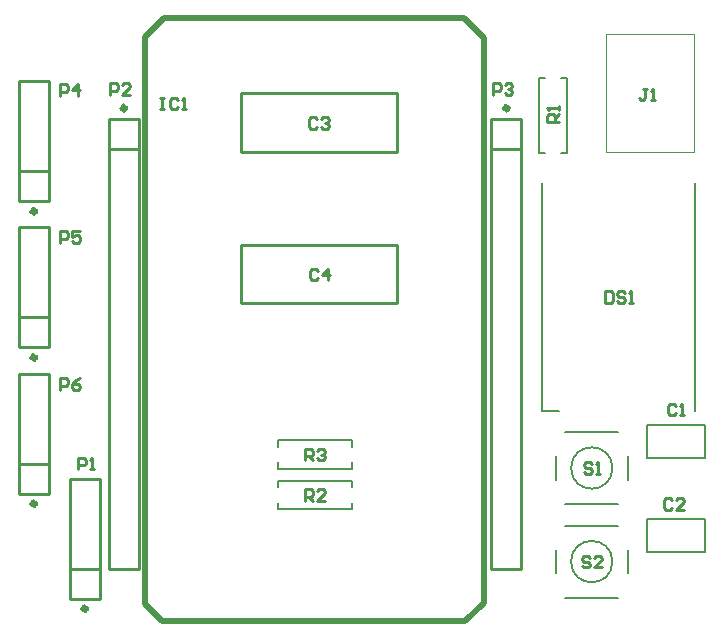
<source format=gto>
G04*
G04 #@! TF.GenerationSoftware,Altium Limited,Altium Designer,22.5.1 (42)*
G04*
G04 Layer_Color=65535*
%FSLAX24Y24*%
%MOIN*%
G70*
G04*
G04 #@! TF.SameCoordinates,CA2130CD-DD2B-4D4C-96E1-355C1CFE4D94*
G04*
G04*
G04 #@! TF.FilePolarity,Positive*
G04*
G01*
G75*
%ADD10C,0.0197*%
%ADD11C,0.0079*%
%ADD12C,0.0039*%
%ADD13C,0.0100*%
D10*
X1159Y13604D02*
G03*
X1159Y13604I-59J0D01*
G01*
Y8729D02*
G03*
X1159Y8729I-59J0D01*
G01*
Y3854D02*
G03*
X1159Y3854I-59J0D01*
G01*
X2859Y354D02*
G03*
X2859Y354I-59J0D01*
G01*
X16909Y17046D02*
G03*
X16909Y17046I-59J0D01*
G01*
X4159D02*
G03*
X4159Y17046I-59J0D01*
G01*
X4816Y19413D02*
X5442Y20039D01*
X15458D01*
X16100Y19397D01*
X4816Y527D02*
X5387Y-44D01*
X4816Y527D02*
Y19413D01*
X5387Y-44D02*
X15489D01*
X16100Y566D01*
Y19397D01*
D11*
X20389Y1930D02*
G03*
X20389Y1930I-689J0D01*
G01*
Y5050D02*
G03*
X20389Y5050I-689J0D01*
G01*
X23484Y2250D02*
Y3339D01*
X21555Y2250D02*
X23484D01*
X21555D02*
Y3339D01*
X23484D01*
Y5400D02*
Y6489D01*
X21555Y5400D02*
X23484D01*
X21555D02*
Y6489D01*
X23484D01*
X18051Y6961D02*
X18600D01*
X18051D02*
Y14539D01*
X23149Y6961D02*
Y14539D01*
X9238Y3678D02*
Y3885D01*
X11718Y4415D02*
Y4622D01*
X9238Y4415D02*
Y4622D01*
X11718Y3678D02*
Y3885D01*
X9238Y3678D02*
X11718D01*
X9238Y4622D02*
X11718D01*
X9238Y5028D02*
Y5235D01*
X11718Y5765D02*
Y5972D01*
X9238Y5765D02*
Y5972D01*
X11718Y5028D02*
Y5235D01*
X9238Y5028D02*
X11718D01*
X9238Y5972D02*
X11718D01*
X17928Y18040D02*
X18135D01*
X18665Y15560D02*
X18872D01*
X18665Y18040D02*
X18872D01*
X17928Y15560D02*
X18135D01*
X17928D02*
Y18040D01*
X18872Y15560D02*
Y18040D01*
X18499Y1537D02*
Y2324D01*
X18814Y730D02*
X20586D01*
X20901Y1537D02*
Y2324D01*
X18814Y3131D02*
X20586D01*
X18499Y4656D02*
Y5444D01*
X18814Y3849D02*
X20586D01*
X20901Y4656D02*
Y5444D01*
X18814Y6251D02*
X20586D01*
D12*
X23125Y15573D02*
Y19510D01*
X20910Y15573D02*
X22387D01*
X20172D02*
Y19510D01*
X23125D01*
X20172Y15573D02*
X20910D01*
X22387D02*
X23125D01*
D13*
X600Y13950D02*
Y17950D01*
X1600D01*
Y13950D02*
Y17950D01*
X600Y13950D02*
X1600D01*
X600D02*
Y14950D01*
X1600D01*
X600Y9075D02*
Y13075D01*
X1600D01*
Y9075D02*
Y13075D01*
X600Y9075D02*
X1600D01*
X600D02*
Y10075D01*
X1600D01*
X600Y4200D02*
Y8200D01*
X1600D01*
Y4200D02*
Y8200D01*
X600Y4200D02*
X1600D01*
X600D02*
Y5200D01*
X1600D01*
X2300Y4700D02*
X3300D01*
Y700D02*
Y4700D01*
X2300Y700D02*
Y4700D01*
Y700D02*
X3300D01*
X2300D02*
Y1700D01*
X3300D01*
X13200Y15600D02*
Y17550D01*
X8000Y15600D02*
Y17550D01*
X13200D01*
X8000Y15600D02*
X13200D01*
X8000Y10550D02*
Y12500D01*
X13200Y10550D02*
Y12500D01*
X8000Y10550D02*
X13200D01*
X8000Y12500D02*
X13200D01*
X17350Y1669D02*
Y16700D01*
X16350Y1669D02*
X17350D01*
X16350D02*
Y16700D01*
X17350D01*
Y15700D02*
Y16700D01*
X16350Y15700D02*
X17350D01*
X4600Y1669D02*
Y16700D01*
X3600Y1669D02*
X4600D01*
X3600D02*
Y16700D01*
X4600D01*
Y15700D02*
Y16700D01*
X3600Y15700D02*
X4600D01*
X2588Y5003D02*
Y5397D01*
X2784D01*
X2850Y5331D01*
Y5200D01*
X2784Y5134D01*
X2588D01*
X2981Y5003D02*
X3112D01*
X3047D01*
Y5397D01*
X2981Y5331D01*
X1972Y7653D02*
Y8047D01*
X2169D01*
X2234Y7981D01*
Y7850D01*
X2169Y7784D01*
X1972D01*
X2628Y8047D02*
X2497Y7981D01*
X2366Y7850D01*
Y7719D01*
X2431Y7653D01*
X2562D01*
X2628Y7719D01*
Y7784D01*
X2562Y7850D01*
X2366D01*
X1972Y12553D02*
Y12947D01*
X2169D01*
X2234Y12881D01*
Y12750D01*
X2169Y12684D01*
X1972D01*
X2628Y12947D02*
X2366D01*
Y12750D01*
X2497Y12816D01*
X2562D01*
X2628Y12750D01*
Y12619D01*
X2562Y12553D01*
X2431D01*
X2366Y12619D01*
X1972Y17453D02*
Y17847D01*
X2169D01*
X2234Y17781D01*
Y17650D01*
X2169Y17584D01*
X1972D01*
X2562Y17453D02*
Y17847D01*
X2366Y17650D01*
X2628D01*
X10584Y11631D02*
X10519Y11697D01*
X10388D01*
X10322Y11631D01*
Y11369D01*
X10388Y11303D01*
X10519D01*
X10584Y11369D01*
X10912Y11303D02*
Y11697D01*
X10716Y11500D01*
X10978D01*
X10534Y16681D02*
X10469Y16747D01*
X10338D01*
X10272Y16681D01*
Y16419D01*
X10338Y16353D01*
X10469D01*
X10534Y16419D01*
X10666Y16681D02*
X10731Y16747D01*
X10862D01*
X10928Y16681D01*
Y16616D01*
X10862Y16550D01*
X10797D01*
X10862D01*
X10928Y16484D01*
Y16419D01*
X10862Y16353D01*
X10731D01*
X10666Y16419D01*
X19634Y2062D02*
X19569Y2127D01*
X19438D01*
X19372Y2062D01*
Y1996D01*
X19438Y1930D01*
X19569D01*
X19634Y1865D01*
Y1799D01*
X19569Y1734D01*
X19438D01*
X19372Y1799D01*
X20028Y1734D02*
X19766D01*
X20028Y1996D01*
Y2062D01*
X19962Y2127D01*
X19831D01*
X19766Y2062D01*
X19700Y5181D02*
X19634Y5247D01*
X19503D01*
X19438Y5181D01*
Y5116D01*
X19503Y5050D01*
X19634D01*
X19700Y4984D01*
Y4919D01*
X19634Y4853D01*
X19503D01*
X19438Y4919D01*
X19831Y4853D02*
X19962D01*
X19897D01*
Y5247D01*
X19831Y5181D01*
X10150Y5303D02*
Y5697D01*
X10347D01*
X10413Y5631D01*
Y5500D01*
X10347Y5434D01*
X10150D01*
X10282D02*
X10413Y5303D01*
X10544Y5631D02*
X10610Y5697D01*
X10741D01*
X10806Y5631D01*
Y5566D01*
X10741Y5500D01*
X10675D01*
X10741D01*
X10806Y5434D01*
Y5369D01*
X10741Y5303D01*
X10610D01*
X10544Y5369D01*
X10150Y3953D02*
Y4347D01*
X10347D01*
X10413Y4281D01*
Y4150D01*
X10347Y4084D01*
X10150D01*
X10282D02*
X10413Y3953D01*
X10806D02*
X10544D01*
X10806Y4216D01*
Y4281D01*
X10741Y4347D01*
X10610D01*
X10544Y4281D01*
X18597Y16588D02*
X18203D01*
Y16784D01*
X18269Y16850D01*
X18400D01*
X18466Y16784D01*
Y16588D01*
Y16719D02*
X18597Y16850D01*
Y16981D02*
Y17112D01*
Y17047D01*
X18203D01*
X18269Y16981D01*
X16400Y17500D02*
Y17894D01*
X16597D01*
X16662Y17828D01*
Y17697D01*
X16597Y17631D01*
X16400D01*
X16794Y17828D02*
X16859Y17894D01*
X16990D01*
X17056Y17828D01*
Y17762D01*
X16990Y17697D01*
X16925D01*
X16990D01*
X17056Y17631D01*
Y17566D01*
X16990Y17500D01*
X16859D01*
X16794Y17566D01*
X3650Y17500D02*
Y17894D01*
X3847D01*
X3912Y17828D01*
Y17697D01*
X3847Y17631D01*
X3650D01*
X4306Y17500D02*
X4044D01*
X4306Y17762D01*
Y17828D01*
X4240Y17894D01*
X4109D01*
X4044Y17828D01*
X21550Y17697D02*
X21419D01*
X21484D01*
Y17369D01*
X21419Y17303D01*
X21353D01*
X21288Y17369D01*
X21681Y17303D02*
X21812D01*
X21747D01*
Y17697D01*
X21681Y17631D01*
X5324Y17397D02*
X5455D01*
X5389D01*
Y17003D01*
X5324D01*
X5455D01*
X5914Y17331D02*
X5848Y17397D01*
X5717D01*
X5652Y17331D01*
Y17069D01*
X5717Y17003D01*
X5848D01*
X5914Y17069D01*
X6045Y17003D02*
X6176D01*
X6111D01*
Y17397D01*
X6045Y17331D01*
X20141Y10947D02*
Y10553D01*
X20338D01*
X20403Y10619D01*
Y10881D01*
X20338Y10947D01*
X20141D01*
X20797Y10881D02*
X20731Y10947D01*
X20600D01*
X20534Y10881D01*
Y10816D01*
X20600Y10750D01*
X20731D01*
X20797Y10684D01*
Y10619D01*
X20731Y10553D01*
X20600D01*
X20534Y10619D01*
X20928Y10553D02*
X21059D01*
X20994D01*
Y10947D01*
X20928Y10881D01*
X22384Y3981D02*
X22319Y4047D01*
X22188D01*
X22122Y3981D01*
Y3719D01*
X22188Y3653D01*
X22319D01*
X22384Y3719D01*
X22778Y3653D02*
X22516D01*
X22778Y3916D01*
Y3981D01*
X22712Y4047D01*
X22581D01*
X22516Y3981D01*
X22500Y7131D02*
X22434Y7197D01*
X22303D01*
X22238Y7131D01*
Y6869D01*
X22303Y6803D01*
X22434D01*
X22500Y6869D01*
X22631Y6803D02*
X22762D01*
X22697D01*
Y7197D01*
X22631Y7131D01*
M02*

</source>
